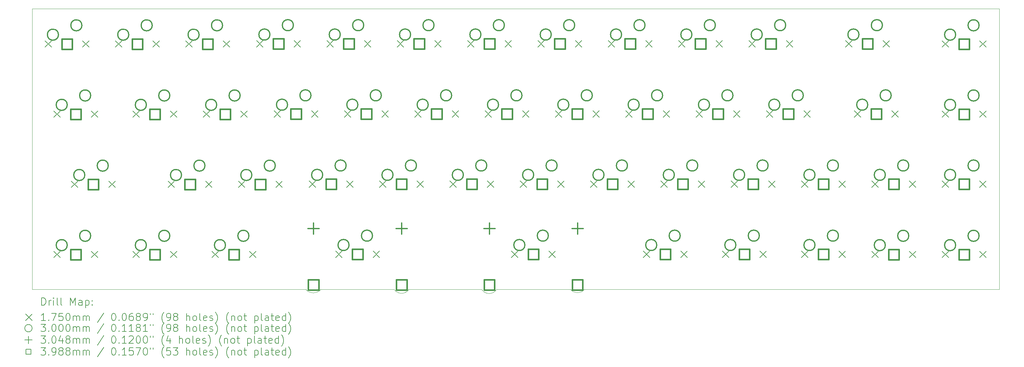
<source format=gbr>
%FSLAX45Y45*%
G04 Gerber Fmt 4.5, Leading zero omitted, Abs format (unit mm)*
G04 Created by KiCad (PCBNEW (6.0.1)) date 2022-02-08 20:20:17*
%MOMM*%
%LPD*%
G01*
G04 APERTURE LIST*
%TA.AperFunction,Profile*%
%ADD10C,0.100000*%
%TD*%
%ADD11C,0.200000*%
%ADD12C,0.175000*%
%ADD13C,0.300000*%
%ADD14C,0.304800*%
%ADD15C,0.398780*%
G04 APERTURE END LIST*
D10*
X16742625Y-9284375D02*
X14731625Y-9283375D01*
X16741993Y-9284861D02*
G75*
G03*
X17107625Y-9283375I182249J140205D01*
G01*
X9566625Y-9282375D02*
X2156875Y-9283375D01*
X11960625Y-9283375D02*
X9970625Y-9284209D01*
X14331625Y-9284375D02*
X12356625Y-9283375D01*
X2156875Y-1663375D02*
X28350625Y-1663375D01*
X2156875Y-9283375D02*
X2156875Y-1663375D01*
X28350625Y-9283375D02*
X17107625Y-9283375D01*
X28350625Y-1663375D02*
X28350625Y-9283375D01*
X14331264Y-9284601D02*
G75*
G03*
X14731625Y-9283375I199801J124736D01*
G01*
X9566625Y-9282375D02*
G75*
G03*
X9970625Y-9284209I202750J164352D01*
G01*
X11960625Y-9283375D02*
G75*
G03*
X12356625Y-9283375I198000J133086D01*
G01*
D11*
D12*
X2500125Y-2531875D02*
X2675125Y-2706875D01*
X2675125Y-2531875D02*
X2500125Y-2706875D01*
X2738250Y-4436875D02*
X2913250Y-4611875D01*
X2913250Y-4436875D02*
X2738250Y-4611875D01*
X2738250Y-8246875D02*
X2913250Y-8421875D01*
X2913250Y-8246875D02*
X2738250Y-8421875D01*
X3214500Y-6341875D02*
X3389500Y-6516875D01*
X3389500Y-6341875D02*
X3214500Y-6516875D01*
X3516125Y-2531875D02*
X3691125Y-2706875D01*
X3691125Y-2531875D02*
X3516125Y-2706875D01*
X3754250Y-4436875D02*
X3929250Y-4611875D01*
X3929250Y-4436875D02*
X3754250Y-4611875D01*
X3754250Y-8246875D02*
X3929250Y-8421875D01*
X3929250Y-8246875D02*
X3754250Y-8421875D01*
X4230500Y-6341875D02*
X4405500Y-6516875D01*
X4405500Y-6341875D02*
X4230500Y-6516875D01*
X4405125Y-2531875D02*
X4580125Y-2706875D01*
X4580125Y-2531875D02*
X4405125Y-2706875D01*
X4881375Y-4436875D02*
X5056375Y-4611875D01*
X5056375Y-4436875D02*
X4881375Y-4611875D01*
X4881375Y-8246875D02*
X5056375Y-8421875D01*
X5056375Y-8246875D02*
X4881375Y-8421875D01*
X5421125Y-2531875D02*
X5596125Y-2706875D01*
X5596125Y-2531875D02*
X5421125Y-2706875D01*
X5833875Y-6341875D02*
X6008875Y-6516875D01*
X6008875Y-6341875D02*
X5833875Y-6516875D01*
X5897375Y-4436875D02*
X6072375Y-4611875D01*
X6072375Y-4436875D02*
X5897375Y-4611875D01*
X5897375Y-8246875D02*
X6072375Y-8421875D01*
X6072375Y-8246875D02*
X5897375Y-8421875D01*
X6310125Y-2531875D02*
X6485125Y-2706875D01*
X6485125Y-2531875D02*
X6310125Y-2706875D01*
X6786375Y-4436875D02*
X6961375Y-4611875D01*
X6961375Y-4436875D02*
X6786375Y-4611875D01*
X6849875Y-6341875D02*
X7024875Y-6516875D01*
X7024875Y-6341875D02*
X6849875Y-6516875D01*
X7024500Y-8246875D02*
X7199500Y-8421875D01*
X7199500Y-8246875D02*
X7024500Y-8421875D01*
X7326125Y-2531875D02*
X7501125Y-2706875D01*
X7501125Y-2531875D02*
X7326125Y-2706875D01*
X7738875Y-6341875D02*
X7913875Y-6516875D01*
X7913875Y-6341875D02*
X7738875Y-6516875D01*
X7802375Y-4436875D02*
X7977375Y-4611875D01*
X7977375Y-4436875D02*
X7802375Y-4611875D01*
X8040500Y-8246875D02*
X8215500Y-8421875D01*
X8215500Y-8246875D02*
X8040500Y-8421875D01*
X8228875Y-2528375D02*
X8403875Y-2703375D01*
X8403875Y-2528375D02*
X8228875Y-2703375D01*
X8705125Y-4433375D02*
X8880125Y-4608375D01*
X8880125Y-4433375D02*
X8705125Y-4608375D01*
X8754875Y-6341875D02*
X8929875Y-6516875D01*
X8929875Y-6341875D02*
X8754875Y-6516875D01*
X9244875Y-2528375D02*
X9419875Y-2703375D01*
X9419875Y-2528375D02*
X9244875Y-2703375D01*
X9657625Y-6338375D02*
X9832625Y-6513375D01*
X9832625Y-6338375D02*
X9657625Y-6513375D01*
X9721125Y-4433375D02*
X9896125Y-4608375D01*
X9896125Y-4433375D02*
X9721125Y-4608375D01*
X10133875Y-2528375D02*
X10308875Y-2703375D01*
X10308875Y-2528375D02*
X10133875Y-2703375D01*
X10372000Y-8243375D02*
X10547000Y-8418375D01*
X10547000Y-8243375D02*
X10372000Y-8418375D01*
X10610125Y-4433375D02*
X10785125Y-4608375D01*
X10785125Y-4433375D02*
X10610125Y-4608375D01*
X10673625Y-6338375D02*
X10848625Y-6513375D01*
X10848625Y-6338375D02*
X10673625Y-6513375D01*
X11149875Y-2528375D02*
X11324875Y-2703375D01*
X11324875Y-2528375D02*
X11149875Y-2703375D01*
X11388000Y-8243375D02*
X11563000Y-8418375D01*
X11563000Y-8243375D02*
X11388000Y-8418375D01*
X11562625Y-6338375D02*
X11737625Y-6513375D01*
X11737625Y-6338375D02*
X11562625Y-6513375D01*
X11626125Y-4433375D02*
X11801125Y-4608375D01*
X11801125Y-4433375D02*
X11626125Y-4608375D01*
X12038875Y-2528375D02*
X12213875Y-2703375D01*
X12213875Y-2528375D02*
X12038875Y-2703375D01*
X12515125Y-4433375D02*
X12690125Y-4608375D01*
X12690125Y-4433375D02*
X12515125Y-4608375D01*
X12578625Y-6338375D02*
X12753625Y-6513375D01*
X12753625Y-6338375D02*
X12578625Y-6513375D01*
X13054875Y-2528375D02*
X13229875Y-2703375D01*
X13229875Y-2528375D02*
X13054875Y-2703375D01*
X13467625Y-6338375D02*
X13642625Y-6513375D01*
X13642625Y-6338375D02*
X13467625Y-6513375D01*
X13531125Y-4433375D02*
X13706125Y-4608375D01*
X13706125Y-4433375D02*
X13531125Y-4608375D01*
X13943875Y-2528375D02*
X14118875Y-2703375D01*
X14118875Y-2528375D02*
X13943875Y-2703375D01*
X14420125Y-4433375D02*
X14595125Y-4608375D01*
X14595125Y-4433375D02*
X14420125Y-4608375D01*
X14483625Y-6338375D02*
X14658625Y-6513375D01*
X14658625Y-6338375D02*
X14483625Y-6513375D01*
X14959875Y-2528375D02*
X15134875Y-2703375D01*
X15134875Y-2528375D02*
X14959875Y-2703375D01*
X15134500Y-8243375D02*
X15309500Y-8418375D01*
X15309500Y-8243375D02*
X15134500Y-8418375D01*
X15372625Y-6338375D02*
X15547625Y-6513375D01*
X15547625Y-6338375D02*
X15372625Y-6513375D01*
X15436125Y-4433375D02*
X15611125Y-4608375D01*
X15611125Y-4433375D02*
X15436125Y-4608375D01*
X15848875Y-2528375D02*
X16023875Y-2703375D01*
X16023875Y-2528375D02*
X15848875Y-2703375D01*
X16150500Y-8243375D02*
X16325500Y-8418375D01*
X16325500Y-8243375D02*
X16150500Y-8418375D01*
X16325125Y-4433375D02*
X16500125Y-4608375D01*
X16500125Y-4433375D02*
X16325125Y-4608375D01*
X16388625Y-6338375D02*
X16563625Y-6513375D01*
X16563625Y-6338375D02*
X16388625Y-6513375D01*
X16864875Y-2528375D02*
X17039875Y-2703375D01*
X17039875Y-2528375D02*
X16864875Y-2703375D01*
X17277625Y-6338375D02*
X17452625Y-6513375D01*
X17452625Y-6338375D02*
X17277625Y-6513375D01*
X17341125Y-4433375D02*
X17516125Y-4608375D01*
X17516125Y-4433375D02*
X17341125Y-4608375D01*
X17753875Y-2528375D02*
X17928875Y-2703375D01*
X17928875Y-2528375D02*
X17753875Y-2703375D01*
X18230125Y-4433375D02*
X18405125Y-4608375D01*
X18405125Y-4433375D02*
X18230125Y-4608375D01*
X18293625Y-6338375D02*
X18468625Y-6513375D01*
X18468625Y-6338375D02*
X18293625Y-6513375D01*
X18706375Y-8243375D02*
X18881375Y-8418375D01*
X18881375Y-8243375D02*
X18706375Y-8418375D01*
X18769875Y-2528375D02*
X18944875Y-2703375D01*
X18944875Y-2528375D02*
X18769875Y-2703375D01*
X19182625Y-6338375D02*
X19357625Y-6513375D01*
X19357625Y-6338375D02*
X19182625Y-6513375D01*
X19246125Y-4433375D02*
X19421125Y-4608375D01*
X19421125Y-4433375D02*
X19246125Y-4608375D01*
X19658875Y-2528375D02*
X19833875Y-2703375D01*
X19833875Y-2528375D02*
X19658875Y-2703375D01*
X19722375Y-8243375D02*
X19897375Y-8418375D01*
X19897375Y-8243375D02*
X19722375Y-8418375D01*
X20135125Y-4433375D02*
X20310125Y-4608375D01*
X20310125Y-4433375D02*
X20135125Y-4608375D01*
X20198625Y-6338375D02*
X20373625Y-6513375D01*
X20373625Y-6338375D02*
X20198625Y-6513375D01*
X20674875Y-2528375D02*
X20849875Y-2703375D01*
X20849875Y-2528375D02*
X20674875Y-2703375D01*
X20849500Y-8243375D02*
X21024500Y-8418375D01*
X21024500Y-8243375D02*
X20849500Y-8418375D01*
X21087625Y-6338375D02*
X21262625Y-6513375D01*
X21262625Y-6338375D02*
X21087625Y-6513375D01*
X21151125Y-4433375D02*
X21326125Y-4608375D01*
X21326125Y-4433375D02*
X21151125Y-4608375D01*
X21563875Y-2528375D02*
X21738875Y-2703375D01*
X21738875Y-2528375D02*
X21563875Y-2703375D01*
X21865500Y-8243375D02*
X22040500Y-8418375D01*
X22040500Y-8243375D02*
X21865500Y-8418375D01*
X22040125Y-4433375D02*
X22215125Y-4608375D01*
X22215125Y-4433375D02*
X22040125Y-4608375D01*
X22103625Y-6338375D02*
X22278625Y-6513375D01*
X22278625Y-6338375D02*
X22103625Y-6513375D01*
X22579875Y-2528375D02*
X22754875Y-2703375D01*
X22754875Y-2528375D02*
X22579875Y-2703375D01*
X22992625Y-6338375D02*
X23167625Y-6513375D01*
X23167625Y-6338375D02*
X22992625Y-6513375D01*
X22992625Y-8243375D02*
X23167625Y-8418375D01*
X23167625Y-8243375D02*
X22992625Y-8418375D01*
X23056125Y-4433375D02*
X23231125Y-4608375D01*
X23231125Y-4433375D02*
X23056125Y-4608375D01*
X24008625Y-6338375D02*
X24183625Y-6513375D01*
X24183625Y-6338375D02*
X24008625Y-6513375D01*
X24008625Y-8243375D02*
X24183625Y-8418375D01*
X24183625Y-8243375D02*
X24008625Y-8418375D01*
X24183250Y-2528375D02*
X24358250Y-2703375D01*
X24358250Y-2528375D02*
X24183250Y-2703375D01*
X24421375Y-4433375D02*
X24596375Y-4608375D01*
X24596375Y-4433375D02*
X24421375Y-4608375D01*
X24897625Y-6338375D02*
X25072625Y-6513375D01*
X25072625Y-6338375D02*
X24897625Y-6513375D01*
X24897625Y-8246875D02*
X25072625Y-8421875D01*
X25072625Y-8246875D02*
X24897625Y-8421875D01*
X25199250Y-2528375D02*
X25374250Y-2703375D01*
X25374250Y-2528375D02*
X25199250Y-2703375D01*
X25437375Y-4433375D02*
X25612375Y-4608375D01*
X25612375Y-4433375D02*
X25437375Y-4608375D01*
X25913625Y-6338375D02*
X26088625Y-6513375D01*
X26088625Y-6338375D02*
X25913625Y-6513375D01*
X25913625Y-8246875D02*
X26088625Y-8421875D01*
X26088625Y-8246875D02*
X25913625Y-8421875D01*
X26802625Y-2531875D02*
X26977625Y-2706875D01*
X26977625Y-2531875D02*
X26802625Y-2706875D01*
X26802625Y-4436875D02*
X26977625Y-4611875D01*
X26977625Y-4436875D02*
X26802625Y-4611875D01*
X26802625Y-6338375D02*
X26977625Y-6513375D01*
X26977625Y-6338375D02*
X26802625Y-6513375D01*
X26802625Y-8246875D02*
X26977625Y-8421875D01*
X26977625Y-8246875D02*
X26802625Y-8421875D01*
X27818625Y-2531875D02*
X27993625Y-2706875D01*
X27993625Y-2531875D02*
X27818625Y-2706875D01*
X27818625Y-4436875D02*
X27993625Y-4611875D01*
X27993625Y-4436875D02*
X27818625Y-4611875D01*
X27818625Y-6338375D02*
X27993625Y-6513375D01*
X27993625Y-6338375D02*
X27818625Y-6513375D01*
X27818625Y-8246875D02*
X27993625Y-8421875D01*
X27993625Y-8246875D02*
X27818625Y-8421875D01*
D13*
X2864625Y-2365375D02*
G75*
G03*
X2864625Y-2365375I-150000J0D01*
G01*
X3102750Y-4270375D02*
G75*
G03*
X3102750Y-4270375I-150000J0D01*
G01*
X3102750Y-8080375D02*
G75*
G03*
X3102750Y-8080375I-150000J0D01*
G01*
X3499625Y-2111375D02*
G75*
G03*
X3499625Y-2111375I-150000J0D01*
G01*
X3579000Y-6175375D02*
G75*
G03*
X3579000Y-6175375I-150000J0D01*
G01*
X3737750Y-4016375D02*
G75*
G03*
X3737750Y-4016375I-150000J0D01*
G01*
X3737750Y-7826375D02*
G75*
G03*
X3737750Y-7826375I-150000J0D01*
G01*
X4214000Y-5921375D02*
G75*
G03*
X4214000Y-5921375I-150000J0D01*
G01*
X4769625Y-2365375D02*
G75*
G03*
X4769625Y-2365375I-150000J0D01*
G01*
X5245875Y-4270375D02*
G75*
G03*
X5245875Y-4270375I-150000J0D01*
G01*
X5245875Y-8080375D02*
G75*
G03*
X5245875Y-8080375I-150000J0D01*
G01*
X5404625Y-2111375D02*
G75*
G03*
X5404625Y-2111375I-150000J0D01*
G01*
X5880875Y-4016375D02*
G75*
G03*
X5880875Y-4016375I-150000J0D01*
G01*
X5880875Y-7826375D02*
G75*
G03*
X5880875Y-7826375I-150000J0D01*
G01*
X6198375Y-6175375D02*
G75*
G03*
X6198375Y-6175375I-150000J0D01*
G01*
X6674625Y-2365375D02*
G75*
G03*
X6674625Y-2365375I-150000J0D01*
G01*
X6833375Y-5921375D02*
G75*
G03*
X6833375Y-5921375I-150000J0D01*
G01*
X7150875Y-4270375D02*
G75*
G03*
X7150875Y-4270375I-150000J0D01*
G01*
X7309625Y-2111375D02*
G75*
G03*
X7309625Y-2111375I-150000J0D01*
G01*
X7389000Y-8080375D02*
G75*
G03*
X7389000Y-8080375I-150000J0D01*
G01*
X7785875Y-4016375D02*
G75*
G03*
X7785875Y-4016375I-150000J0D01*
G01*
X8024000Y-7826375D02*
G75*
G03*
X8024000Y-7826375I-150000J0D01*
G01*
X8103375Y-6175375D02*
G75*
G03*
X8103375Y-6175375I-150000J0D01*
G01*
X8593375Y-2361875D02*
G75*
G03*
X8593375Y-2361875I-150000J0D01*
G01*
X8738375Y-5921375D02*
G75*
G03*
X8738375Y-5921375I-150000J0D01*
G01*
X9069625Y-4266875D02*
G75*
G03*
X9069625Y-4266875I-150000J0D01*
G01*
X9228375Y-2107875D02*
G75*
G03*
X9228375Y-2107875I-150000J0D01*
G01*
X9704625Y-4012875D02*
G75*
G03*
X9704625Y-4012875I-150000J0D01*
G01*
X10022125Y-6171875D02*
G75*
G03*
X10022125Y-6171875I-150000J0D01*
G01*
X10498375Y-2361875D02*
G75*
G03*
X10498375Y-2361875I-150000J0D01*
G01*
X10657125Y-5917875D02*
G75*
G03*
X10657125Y-5917875I-150000J0D01*
G01*
X10736500Y-8076875D02*
G75*
G03*
X10736500Y-8076875I-150000J0D01*
G01*
X10974625Y-4266875D02*
G75*
G03*
X10974625Y-4266875I-150000J0D01*
G01*
X11133375Y-2107875D02*
G75*
G03*
X11133375Y-2107875I-150000J0D01*
G01*
X11371500Y-7822875D02*
G75*
G03*
X11371500Y-7822875I-150000J0D01*
G01*
X11609625Y-4012875D02*
G75*
G03*
X11609625Y-4012875I-150000J0D01*
G01*
X11927125Y-6171875D02*
G75*
G03*
X11927125Y-6171875I-150000J0D01*
G01*
X12403375Y-2361875D02*
G75*
G03*
X12403375Y-2361875I-150000J0D01*
G01*
X12562125Y-5917875D02*
G75*
G03*
X12562125Y-5917875I-150000J0D01*
G01*
X12879625Y-4266875D02*
G75*
G03*
X12879625Y-4266875I-150000J0D01*
G01*
X13038375Y-2107875D02*
G75*
G03*
X13038375Y-2107875I-150000J0D01*
G01*
X13514625Y-4012875D02*
G75*
G03*
X13514625Y-4012875I-150000J0D01*
G01*
X13832125Y-6171875D02*
G75*
G03*
X13832125Y-6171875I-150000J0D01*
G01*
X14308375Y-2361875D02*
G75*
G03*
X14308375Y-2361875I-150000J0D01*
G01*
X14467125Y-5917875D02*
G75*
G03*
X14467125Y-5917875I-150000J0D01*
G01*
X14784625Y-4266875D02*
G75*
G03*
X14784625Y-4266875I-150000J0D01*
G01*
X14943375Y-2107875D02*
G75*
G03*
X14943375Y-2107875I-150000J0D01*
G01*
X15419625Y-4012875D02*
G75*
G03*
X15419625Y-4012875I-150000J0D01*
G01*
X15499000Y-8076875D02*
G75*
G03*
X15499000Y-8076875I-150000J0D01*
G01*
X15737125Y-6171875D02*
G75*
G03*
X15737125Y-6171875I-150000J0D01*
G01*
X16134000Y-7822875D02*
G75*
G03*
X16134000Y-7822875I-150000J0D01*
G01*
X16213375Y-2361875D02*
G75*
G03*
X16213375Y-2361875I-150000J0D01*
G01*
X16372125Y-5917875D02*
G75*
G03*
X16372125Y-5917875I-150000J0D01*
G01*
X16689625Y-4266875D02*
G75*
G03*
X16689625Y-4266875I-150000J0D01*
G01*
X16848375Y-2107875D02*
G75*
G03*
X16848375Y-2107875I-150000J0D01*
G01*
X17324625Y-4012875D02*
G75*
G03*
X17324625Y-4012875I-150000J0D01*
G01*
X17642125Y-6171875D02*
G75*
G03*
X17642125Y-6171875I-150000J0D01*
G01*
X18118375Y-2361875D02*
G75*
G03*
X18118375Y-2361875I-150000J0D01*
G01*
X18277125Y-5917875D02*
G75*
G03*
X18277125Y-5917875I-150000J0D01*
G01*
X18594625Y-4266875D02*
G75*
G03*
X18594625Y-4266875I-150000J0D01*
G01*
X18753375Y-2107875D02*
G75*
G03*
X18753375Y-2107875I-150000J0D01*
G01*
X19070875Y-8076875D02*
G75*
G03*
X19070875Y-8076875I-150000J0D01*
G01*
X19229625Y-4012875D02*
G75*
G03*
X19229625Y-4012875I-150000J0D01*
G01*
X19547125Y-6171875D02*
G75*
G03*
X19547125Y-6171875I-150000J0D01*
G01*
X19705875Y-7822875D02*
G75*
G03*
X19705875Y-7822875I-150000J0D01*
G01*
X20023375Y-2361875D02*
G75*
G03*
X20023375Y-2361875I-150000J0D01*
G01*
X20182125Y-5917875D02*
G75*
G03*
X20182125Y-5917875I-150000J0D01*
G01*
X20499625Y-4266875D02*
G75*
G03*
X20499625Y-4266875I-150000J0D01*
G01*
X20658375Y-2107875D02*
G75*
G03*
X20658375Y-2107875I-150000J0D01*
G01*
X21134625Y-4012875D02*
G75*
G03*
X21134625Y-4012875I-150000J0D01*
G01*
X21214000Y-8076875D02*
G75*
G03*
X21214000Y-8076875I-150000J0D01*
G01*
X21452125Y-6171875D02*
G75*
G03*
X21452125Y-6171875I-150000J0D01*
G01*
X21849000Y-7822875D02*
G75*
G03*
X21849000Y-7822875I-150000J0D01*
G01*
X21928375Y-2361875D02*
G75*
G03*
X21928375Y-2361875I-150000J0D01*
G01*
X22087125Y-5917875D02*
G75*
G03*
X22087125Y-5917875I-150000J0D01*
G01*
X22404625Y-4266875D02*
G75*
G03*
X22404625Y-4266875I-150000J0D01*
G01*
X22563375Y-2107875D02*
G75*
G03*
X22563375Y-2107875I-150000J0D01*
G01*
X23039625Y-4012875D02*
G75*
G03*
X23039625Y-4012875I-150000J0D01*
G01*
X23357125Y-6171875D02*
G75*
G03*
X23357125Y-6171875I-150000J0D01*
G01*
X23357125Y-8076875D02*
G75*
G03*
X23357125Y-8076875I-150000J0D01*
G01*
X23992125Y-5917875D02*
G75*
G03*
X23992125Y-5917875I-150000J0D01*
G01*
X23992125Y-7822875D02*
G75*
G03*
X23992125Y-7822875I-150000J0D01*
G01*
X24547750Y-2361875D02*
G75*
G03*
X24547750Y-2361875I-150000J0D01*
G01*
X24785875Y-4266875D02*
G75*
G03*
X24785875Y-4266875I-150000J0D01*
G01*
X25182750Y-2107875D02*
G75*
G03*
X25182750Y-2107875I-150000J0D01*
G01*
X25262125Y-6171875D02*
G75*
G03*
X25262125Y-6171875I-150000J0D01*
G01*
X25262125Y-8080375D02*
G75*
G03*
X25262125Y-8080375I-150000J0D01*
G01*
X25420875Y-4012875D02*
G75*
G03*
X25420875Y-4012875I-150000J0D01*
G01*
X25897125Y-5917875D02*
G75*
G03*
X25897125Y-5917875I-150000J0D01*
G01*
X25897125Y-7826375D02*
G75*
G03*
X25897125Y-7826375I-150000J0D01*
G01*
X27167125Y-2365375D02*
G75*
G03*
X27167125Y-2365375I-150000J0D01*
G01*
X27167125Y-4270375D02*
G75*
G03*
X27167125Y-4270375I-150000J0D01*
G01*
X27167125Y-6171875D02*
G75*
G03*
X27167125Y-6171875I-150000J0D01*
G01*
X27167125Y-8080375D02*
G75*
G03*
X27167125Y-8080375I-150000J0D01*
G01*
X27802125Y-2111375D02*
G75*
G03*
X27802125Y-2111375I-150000J0D01*
G01*
X27802125Y-4016375D02*
G75*
G03*
X27802125Y-4016375I-150000J0D01*
G01*
X27802125Y-5917875D02*
G75*
G03*
X27802125Y-5917875I-150000J0D01*
G01*
X27802125Y-7826375D02*
G75*
G03*
X27802125Y-7826375I-150000J0D01*
G01*
D14*
X9773700Y-7479975D02*
X9773700Y-7784775D01*
X9621300Y-7632375D02*
X9926100Y-7632375D01*
X12161300Y-7479975D02*
X12161300Y-7784775D01*
X12008900Y-7632375D02*
X12313700Y-7632375D01*
X14536200Y-7479975D02*
X14536200Y-7784775D01*
X14383800Y-7632375D02*
X14688600Y-7632375D01*
X16923800Y-7479975D02*
X16923800Y-7784775D01*
X16771400Y-7632375D02*
X17076200Y-7632375D01*
D15*
X3236616Y-2760366D02*
X3236616Y-2478384D01*
X2954634Y-2478384D01*
X2954634Y-2760366D01*
X3236616Y-2760366D01*
X3474741Y-4665366D02*
X3474741Y-4383384D01*
X3192759Y-4383384D01*
X3192759Y-4665366D01*
X3474741Y-4665366D01*
X3474741Y-8475366D02*
X3474741Y-8193384D01*
X3192759Y-8193384D01*
X3192759Y-8475366D01*
X3474741Y-8475366D01*
X3950991Y-6570366D02*
X3950991Y-6288384D01*
X3669009Y-6288384D01*
X3669009Y-6570366D01*
X3950991Y-6570366D01*
X5141616Y-2760366D02*
X5141616Y-2478384D01*
X4859634Y-2478384D01*
X4859634Y-2760366D01*
X5141616Y-2760366D01*
X5617866Y-4665366D02*
X5617866Y-4383384D01*
X5335884Y-4383384D01*
X5335884Y-4665366D01*
X5617866Y-4665366D01*
X5617866Y-8475366D02*
X5617866Y-8193384D01*
X5335884Y-8193384D01*
X5335884Y-8475366D01*
X5617866Y-8475366D01*
X6570366Y-6570366D02*
X6570366Y-6288384D01*
X6288384Y-6288384D01*
X6288384Y-6570366D01*
X6570366Y-6570366D01*
X7046616Y-2760366D02*
X7046616Y-2478384D01*
X6764634Y-2478384D01*
X6764634Y-2760366D01*
X7046616Y-2760366D01*
X7522866Y-4665366D02*
X7522866Y-4383384D01*
X7240884Y-4383384D01*
X7240884Y-4665366D01*
X7522866Y-4665366D01*
X7760991Y-8475366D02*
X7760991Y-8193384D01*
X7479009Y-8193384D01*
X7479009Y-8475366D01*
X7760991Y-8475366D01*
X8475366Y-6570366D02*
X8475366Y-6288384D01*
X8193384Y-6288384D01*
X8193384Y-6570366D01*
X8475366Y-6570366D01*
X8965366Y-2756866D02*
X8965366Y-2474884D01*
X8683384Y-2474884D01*
X8683384Y-2756866D01*
X8965366Y-2756866D01*
X9441616Y-4661866D02*
X9441616Y-4379884D01*
X9159634Y-4379884D01*
X9159634Y-4661866D01*
X9441616Y-4661866D01*
X9914691Y-9297366D02*
X9914691Y-9015384D01*
X9632709Y-9015384D01*
X9632709Y-9297366D01*
X9914691Y-9297366D01*
X10394116Y-6566866D02*
X10394116Y-6284884D01*
X10112134Y-6284884D01*
X10112134Y-6566866D01*
X10394116Y-6566866D01*
X10870366Y-2756866D02*
X10870366Y-2474884D01*
X10588384Y-2474884D01*
X10588384Y-2756866D01*
X10870366Y-2756866D01*
X11108491Y-8471866D02*
X11108491Y-8189884D01*
X10826509Y-8189884D01*
X10826509Y-8471866D01*
X11108491Y-8471866D01*
X11346616Y-4661866D02*
X11346616Y-4379884D01*
X11064634Y-4379884D01*
X11064634Y-4661866D01*
X11346616Y-4661866D01*
X12299116Y-6566866D02*
X12299116Y-6284884D01*
X12017134Y-6284884D01*
X12017134Y-6566866D01*
X12299116Y-6566866D01*
X12302291Y-9297366D02*
X12302291Y-9015384D01*
X12020309Y-9015384D01*
X12020309Y-9297366D01*
X12302291Y-9297366D01*
X12775366Y-2756866D02*
X12775366Y-2474884D01*
X12493384Y-2474884D01*
X12493384Y-2756866D01*
X12775366Y-2756866D01*
X13251616Y-4661866D02*
X13251616Y-4379884D01*
X12969634Y-4379884D01*
X12969634Y-4661866D01*
X13251616Y-4661866D01*
X14204116Y-6566866D02*
X14204116Y-6284884D01*
X13922134Y-6284884D01*
X13922134Y-6566866D01*
X14204116Y-6566866D01*
X14677191Y-9297366D02*
X14677191Y-9015384D01*
X14395209Y-9015384D01*
X14395209Y-9297366D01*
X14677191Y-9297366D01*
X14680366Y-2756866D02*
X14680366Y-2474884D01*
X14398384Y-2474884D01*
X14398384Y-2756866D01*
X14680366Y-2756866D01*
X15156616Y-4661866D02*
X15156616Y-4379884D01*
X14874634Y-4379884D01*
X14874634Y-4661866D01*
X15156616Y-4661866D01*
X15870991Y-8471866D02*
X15870991Y-8189884D01*
X15589009Y-8189884D01*
X15589009Y-8471866D01*
X15870991Y-8471866D01*
X16109116Y-6566866D02*
X16109116Y-6284884D01*
X15827134Y-6284884D01*
X15827134Y-6566866D01*
X16109116Y-6566866D01*
X16585366Y-2756866D02*
X16585366Y-2474884D01*
X16303384Y-2474884D01*
X16303384Y-2756866D01*
X16585366Y-2756866D01*
X17061616Y-4661866D02*
X17061616Y-4379884D01*
X16779634Y-4379884D01*
X16779634Y-4661866D01*
X17061616Y-4661866D01*
X17064791Y-9297366D02*
X17064791Y-9015384D01*
X16782809Y-9015384D01*
X16782809Y-9297366D01*
X17064791Y-9297366D01*
X18014116Y-6566866D02*
X18014116Y-6284884D01*
X17732134Y-6284884D01*
X17732134Y-6566866D01*
X18014116Y-6566866D01*
X18490366Y-2756866D02*
X18490366Y-2474884D01*
X18208384Y-2474884D01*
X18208384Y-2756866D01*
X18490366Y-2756866D01*
X18966616Y-4661866D02*
X18966616Y-4379884D01*
X18684634Y-4379884D01*
X18684634Y-4661866D01*
X18966616Y-4661866D01*
X19442866Y-8471866D02*
X19442866Y-8189884D01*
X19160884Y-8189884D01*
X19160884Y-8471866D01*
X19442866Y-8471866D01*
X19919116Y-6566866D02*
X19919116Y-6284884D01*
X19637134Y-6284884D01*
X19637134Y-6566866D01*
X19919116Y-6566866D01*
X20395366Y-2756866D02*
X20395366Y-2474884D01*
X20113384Y-2474884D01*
X20113384Y-2756866D01*
X20395366Y-2756866D01*
X20871616Y-4661866D02*
X20871616Y-4379884D01*
X20589634Y-4379884D01*
X20589634Y-4661866D01*
X20871616Y-4661866D01*
X21585991Y-8471866D02*
X21585991Y-8189884D01*
X21304009Y-8189884D01*
X21304009Y-8471866D01*
X21585991Y-8471866D01*
X21824116Y-6566866D02*
X21824116Y-6284884D01*
X21542134Y-6284884D01*
X21542134Y-6566866D01*
X21824116Y-6566866D01*
X22300366Y-2756866D02*
X22300366Y-2474884D01*
X22018384Y-2474884D01*
X22018384Y-2756866D01*
X22300366Y-2756866D01*
X22776616Y-4661866D02*
X22776616Y-4379884D01*
X22494634Y-4379884D01*
X22494634Y-4661866D01*
X22776616Y-4661866D01*
X23729116Y-6566866D02*
X23729116Y-6284884D01*
X23447134Y-6284884D01*
X23447134Y-6566866D01*
X23729116Y-6566866D01*
X23729116Y-8471866D02*
X23729116Y-8189884D01*
X23447134Y-8189884D01*
X23447134Y-8471866D01*
X23729116Y-8471866D01*
X24919741Y-2756866D02*
X24919741Y-2474884D01*
X24637759Y-2474884D01*
X24637759Y-2756866D01*
X24919741Y-2756866D01*
X25157866Y-4661866D02*
X25157866Y-4379884D01*
X24875884Y-4379884D01*
X24875884Y-4661866D01*
X25157866Y-4661866D01*
X25634116Y-6566866D02*
X25634116Y-6284884D01*
X25352134Y-6284884D01*
X25352134Y-6566866D01*
X25634116Y-6566866D01*
X25634116Y-8475366D02*
X25634116Y-8193384D01*
X25352134Y-8193384D01*
X25352134Y-8475366D01*
X25634116Y-8475366D01*
X27539116Y-2760366D02*
X27539116Y-2478384D01*
X27257134Y-2478384D01*
X27257134Y-2760366D01*
X27539116Y-2760366D01*
X27539116Y-4665366D02*
X27539116Y-4383384D01*
X27257134Y-4383384D01*
X27257134Y-4665366D01*
X27539116Y-4665366D01*
X27539116Y-6566866D02*
X27539116Y-6284884D01*
X27257134Y-6284884D01*
X27257134Y-6566866D01*
X27539116Y-6566866D01*
X27539116Y-8475366D02*
X27539116Y-8193384D01*
X27257134Y-8193384D01*
X27257134Y-8475366D01*
X27539116Y-8475366D01*
D11*
X2409494Y-9710881D02*
X2409494Y-9510881D01*
X2457113Y-9510881D01*
X2485685Y-9520405D01*
X2504732Y-9539453D01*
X2514256Y-9558500D01*
X2523780Y-9596596D01*
X2523780Y-9625167D01*
X2514256Y-9663262D01*
X2504732Y-9682310D01*
X2485685Y-9701357D01*
X2457113Y-9710881D01*
X2409494Y-9710881D01*
X2609494Y-9710881D02*
X2609494Y-9577548D01*
X2609494Y-9615643D02*
X2619018Y-9596596D01*
X2628542Y-9587072D01*
X2647589Y-9577548D01*
X2666637Y-9577548D01*
X2733304Y-9710881D02*
X2733304Y-9577548D01*
X2733304Y-9510881D02*
X2723780Y-9520405D01*
X2733304Y-9529929D01*
X2742827Y-9520405D01*
X2733304Y-9510881D01*
X2733304Y-9529929D01*
X2857113Y-9710881D02*
X2838065Y-9701357D01*
X2828542Y-9682310D01*
X2828542Y-9510881D01*
X2961875Y-9710881D02*
X2942827Y-9701357D01*
X2933303Y-9682310D01*
X2933303Y-9510881D01*
X3190446Y-9710881D02*
X3190446Y-9510881D01*
X3257113Y-9653738D01*
X3323780Y-9510881D01*
X3323780Y-9710881D01*
X3504732Y-9710881D02*
X3504732Y-9606119D01*
X3495208Y-9587072D01*
X3476161Y-9577548D01*
X3438065Y-9577548D01*
X3419018Y-9587072D01*
X3504732Y-9701357D02*
X3485684Y-9710881D01*
X3438065Y-9710881D01*
X3419018Y-9701357D01*
X3409494Y-9682310D01*
X3409494Y-9663262D01*
X3419018Y-9644215D01*
X3438065Y-9634691D01*
X3485684Y-9634691D01*
X3504732Y-9625167D01*
X3599970Y-9577548D02*
X3599970Y-9777548D01*
X3599970Y-9587072D02*
X3619018Y-9577548D01*
X3657113Y-9577548D01*
X3676161Y-9587072D01*
X3685684Y-9596596D01*
X3695208Y-9615643D01*
X3695208Y-9672786D01*
X3685684Y-9691834D01*
X3676161Y-9701357D01*
X3657113Y-9710881D01*
X3619018Y-9710881D01*
X3599970Y-9701357D01*
X3780923Y-9691834D02*
X3790446Y-9701357D01*
X3780923Y-9710881D01*
X3771399Y-9701357D01*
X3780923Y-9691834D01*
X3780923Y-9710881D01*
X3780923Y-9587072D02*
X3790446Y-9596596D01*
X3780923Y-9606119D01*
X3771399Y-9596596D01*
X3780923Y-9587072D01*
X3780923Y-9606119D01*
D12*
X1976875Y-9952905D02*
X2151875Y-10127905D01*
X2151875Y-9952905D02*
X1976875Y-10127905D01*
D11*
X2514256Y-10130881D02*
X2399970Y-10130881D01*
X2457113Y-10130881D02*
X2457113Y-9930881D01*
X2438065Y-9959453D01*
X2419018Y-9978500D01*
X2399970Y-9988024D01*
X2599970Y-10111834D02*
X2609494Y-10121357D01*
X2599970Y-10130881D01*
X2590446Y-10121357D01*
X2599970Y-10111834D01*
X2599970Y-10130881D01*
X2676161Y-9930881D02*
X2809494Y-9930881D01*
X2723780Y-10130881D01*
X2980923Y-9930881D02*
X2885684Y-9930881D01*
X2876161Y-10026119D01*
X2885684Y-10016596D01*
X2904732Y-10007072D01*
X2952351Y-10007072D01*
X2971399Y-10016596D01*
X2980923Y-10026119D01*
X2990446Y-10045167D01*
X2990446Y-10092786D01*
X2980923Y-10111834D01*
X2971399Y-10121357D01*
X2952351Y-10130881D01*
X2904732Y-10130881D01*
X2885684Y-10121357D01*
X2876161Y-10111834D01*
X3114256Y-9930881D02*
X3133303Y-9930881D01*
X3152351Y-9940405D01*
X3161875Y-9949929D01*
X3171399Y-9968977D01*
X3180923Y-10007072D01*
X3180923Y-10054691D01*
X3171399Y-10092786D01*
X3161875Y-10111834D01*
X3152351Y-10121357D01*
X3133303Y-10130881D01*
X3114256Y-10130881D01*
X3095208Y-10121357D01*
X3085684Y-10111834D01*
X3076161Y-10092786D01*
X3066637Y-10054691D01*
X3066637Y-10007072D01*
X3076161Y-9968977D01*
X3085684Y-9949929D01*
X3095208Y-9940405D01*
X3114256Y-9930881D01*
X3266637Y-10130881D02*
X3266637Y-9997548D01*
X3266637Y-10016596D02*
X3276161Y-10007072D01*
X3295208Y-9997548D01*
X3323780Y-9997548D01*
X3342827Y-10007072D01*
X3352351Y-10026119D01*
X3352351Y-10130881D01*
X3352351Y-10026119D02*
X3361875Y-10007072D01*
X3380923Y-9997548D01*
X3409494Y-9997548D01*
X3428542Y-10007072D01*
X3438065Y-10026119D01*
X3438065Y-10130881D01*
X3533303Y-10130881D02*
X3533303Y-9997548D01*
X3533303Y-10016596D02*
X3542827Y-10007072D01*
X3561875Y-9997548D01*
X3590446Y-9997548D01*
X3609494Y-10007072D01*
X3619018Y-10026119D01*
X3619018Y-10130881D01*
X3619018Y-10026119D02*
X3628542Y-10007072D01*
X3647589Y-9997548D01*
X3676161Y-9997548D01*
X3695208Y-10007072D01*
X3704732Y-10026119D01*
X3704732Y-10130881D01*
X4095208Y-9921357D02*
X3923780Y-10178500D01*
X4352351Y-9930881D02*
X4371399Y-9930881D01*
X4390446Y-9940405D01*
X4399970Y-9949929D01*
X4409494Y-9968977D01*
X4419018Y-10007072D01*
X4419018Y-10054691D01*
X4409494Y-10092786D01*
X4399970Y-10111834D01*
X4390446Y-10121357D01*
X4371399Y-10130881D01*
X4352351Y-10130881D01*
X4333304Y-10121357D01*
X4323780Y-10111834D01*
X4314256Y-10092786D01*
X4304732Y-10054691D01*
X4304732Y-10007072D01*
X4314256Y-9968977D01*
X4323780Y-9949929D01*
X4333304Y-9940405D01*
X4352351Y-9930881D01*
X4504732Y-10111834D02*
X4514256Y-10121357D01*
X4504732Y-10130881D01*
X4495208Y-10121357D01*
X4504732Y-10111834D01*
X4504732Y-10130881D01*
X4638065Y-9930881D02*
X4657113Y-9930881D01*
X4676161Y-9940405D01*
X4685685Y-9949929D01*
X4695208Y-9968977D01*
X4704732Y-10007072D01*
X4704732Y-10054691D01*
X4695208Y-10092786D01*
X4685685Y-10111834D01*
X4676161Y-10121357D01*
X4657113Y-10130881D01*
X4638065Y-10130881D01*
X4619018Y-10121357D01*
X4609494Y-10111834D01*
X4599970Y-10092786D01*
X4590446Y-10054691D01*
X4590446Y-10007072D01*
X4599970Y-9968977D01*
X4609494Y-9949929D01*
X4619018Y-9940405D01*
X4638065Y-9930881D01*
X4876161Y-9930881D02*
X4838065Y-9930881D01*
X4819018Y-9940405D01*
X4809494Y-9949929D01*
X4790446Y-9978500D01*
X4780923Y-10016596D01*
X4780923Y-10092786D01*
X4790446Y-10111834D01*
X4799970Y-10121357D01*
X4819018Y-10130881D01*
X4857113Y-10130881D01*
X4876161Y-10121357D01*
X4885685Y-10111834D01*
X4895208Y-10092786D01*
X4895208Y-10045167D01*
X4885685Y-10026119D01*
X4876161Y-10016596D01*
X4857113Y-10007072D01*
X4819018Y-10007072D01*
X4799970Y-10016596D01*
X4790446Y-10026119D01*
X4780923Y-10045167D01*
X5009494Y-10016596D02*
X4990446Y-10007072D01*
X4980923Y-9997548D01*
X4971399Y-9978500D01*
X4971399Y-9968977D01*
X4980923Y-9949929D01*
X4990446Y-9940405D01*
X5009494Y-9930881D01*
X5047589Y-9930881D01*
X5066637Y-9940405D01*
X5076161Y-9949929D01*
X5085685Y-9968977D01*
X5085685Y-9978500D01*
X5076161Y-9997548D01*
X5066637Y-10007072D01*
X5047589Y-10016596D01*
X5009494Y-10016596D01*
X4990446Y-10026119D01*
X4980923Y-10035643D01*
X4971399Y-10054691D01*
X4971399Y-10092786D01*
X4980923Y-10111834D01*
X4990446Y-10121357D01*
X5009494Y-10130881D01*
X5047589Y-10130881D01*
X5066637Y-10121357D01*
X5076161Y-10111834D01*
X5085685Y-10092786D01*
X5085685Y-10054691D01*
X5076161Y-10035643D01*
X5066637Y-10026119D01*
X5047589Y-10016596D01*
X5180923Y-10130881D02*
X5219018Y-10130881D01*
X5238065Y-10121357D01*
X5247589Y-10111834D01*
X5266637Y-10083262D01*
X5276161Y-10045167D01*
X5276161Y-9968977D01*
X5266637Y-9949929D01*
X5257113Y-9940405D01*
X5238065Y-9930881D01*
X5199970Y-9930881D01*
X5180923Y-9940405D01*
X5171399Y-9949929D01*
X5161875Y-9968977D01*
X5161875Y-10016596D01*
X5171399Y-10035643D01*
X5180923Y-10045167D01*
X5199970Y-10054691D01*
X5238065Y-10054691D01*
X5257113Y-10045167D01*
X5266637Y-10035643D01*
X5276161Y-10016596D01*
X5352351Y-9930881D02*
X5352351Y-9968977D01*
X5428542Y-9930881D02*
X5428542Y-9968977D01*
X5723780Y-10207072D02*
X5714256Y-10197548D01*
X5695208Y-10168977D01*
X5685684Y-10149929D01*
X5676161Y-10121357D01*
X5666637Y-10073738D01*
X5666637Y-10035643D01*
X5676161Y-9988024D01*
X5685684Y-9959453D01*
X5695208Y-9940405D01*
X5714256Y-9911834D01*
X5723780Y-9902310D01*
X5809494Y-10130881D02*
X5847589Y-10130881D01*
X5866637Y-10121357D01*
X5876161Y-10111834D01*
X5895208Y-10083262D01*
X5904732Y-10045167D01*
X5904732Y-9968977D01*
X5895208Y-9949929D01*
X5885684Y-9940405D01*
X5866637Y-9930881D01*
X5828542Y-9930881D01*
X5809494Y-9940405D01*
X5799970Y-9949929D01*
X5790446Y-9968977D01*
X5790446Y-10016596D01*
X5799970Y-10035643D01*
X5809494Y-10045167D01*
X5828542Y-10054691D01*
X5866637Y-10054691D01*
X5885684Y-10045167D01*
X5895208Y-10035643D01*
X5904732Y-10016596D01*
X6019018Y-10016596D02*
X5999970Y-10007072D01*
X5990446Y-9997548D01*
X5980923Y-9978500D01*
X5980923Y-9968977D01*
X5990446Y-9949929D01*
X5999970Y-9940405D01*
X6019018Y-9930881D01*
X6057113Y-9930881D01*
X6076161Y-9940405D01*
X6085684Y-9949929D01*
X6095208Y-9968977D01*
X6095208Y-9978500D01*
X6085684Y-9997548D01*
X6076161Y-10007072D01*
X6057113Y-10016596D01*
X6019018Y-10016596D01*
X5999970Y-10026119D01*
X5990446Y-10035643D01*
X5980923Y-10054691D01*
X5980923Y-10092786D01*
X5990446Y-10111834D01*
X5999970Y-10121357D01*
X6019018Y-10130881D01*
X6057113Y-10130881D01*
X6076161Y-10121357D01*
X6085684Y-10111834D01*
X6095208Y-10092786D01*
X6095208Y-10054691D01*
X6085684Y-10035643D01*
X6076161Y-10026119D01*
X6057113Y-10016596D01*
X6333303Y-10130881D02*
X6333303Y-9930881D01*
X6419018Y-10130881D02*
X6419018Y-10026119D01*
X6409494Y-10007072D01*
X6390446Y-9997548D01*
X6361875Y-9997548D01*
X6342827Y-10007072D01*
X6333303Y-10016596D01*
X6542827Y-10130881D02*
X6523780Y-10121357D01*
X6514256Y-10111834D01*
X6504732Y-10092786D01*
X6504732Y-10035643D01*
X6514256Y-10016596D01*
X6523780Y-10007072D01*
X6542827Y-9997548D01*
X6571399Y-9997548D01*
X6590446Y-10007072D01*
X6599970Y-10016596D01*
X6609494Y-10035643D01*
X6609494Y-10092786D01*
X6599970Y-10111834D01*
X6590446Y-10121357D01*
X6571399Y-10130881D01*
X6542827Y-10130881D01*
X6723780Y-10130881D02*
X6704732Y-10121357D01*
X6695208Y-10102310D01*
X6695208Y-9930881D01*
X6876161Y-10121357D02*
X6857113Y-10130881D01*
X6819018Y-10130881D01*
X6799970Y-10121357D01*
X6790446Y-10102310D01*
X6790446Y-10026119D01*
X6799970Y-10007072D01*
X6819018Y-9997548D01*
X6857113Y-9997548D01*
X6876161Y-10007072D01*
X6885684Y-10026119D01*
X6885684Y-10045167D01*
X6790446Y-10064215D01*
X6961875Y-10121357D02*
X6980923Y-10130881D01*
X7019018Y-10130881D01*
X7038065Y-10121357D01*
X7047589Y-10102310D01*
X7047589Y-10092786D01*
X7038065Y-10073738D01*
X7019018Y-10064215D01*
X6990446Y-10064215D01*
X6971399Y-10054691D01*
X6961875Y-10035643D01*
X6961875Y-10026119D01*
X6971399Y-10007072D01*
X6990446Y-9997548D01*
X7019018Y-9997548D01*
X7038065Y-10007072D01*
X7114256Y-10207072D02*
X7123780Y-10197548D01*
X7142827Y-10168977D01*
X7152351Y-10149929D01*
X7161875Y-10121357D01*
X7171399Y-10073738D01*
X7171399Y-10035643D01*
X7161875Y-9988024D01*
X7152351Y-9959453D01*
X7142827Y-9940405D01*
X7123780Y-9911834D01*
X7114256Y-9902310D01*
X7476161Y-10207072D02*
X7466637Y-10197548D01*
X7447589Y-10168977D01*
X7438065Y-10149929D01*
X7428542Y-10121357D01*
X7419018Y-10073738D01*
X7419018Y-10035643D01*
X7428542Y-9988024D01*
X7438065Y-9959453D01*
X7447589Y-9940405D01*
X7466637Y-9911834D01*
X7476161Y-9902310D01*
X7552351Y-9997548D02*
X7552351Y-10130881D01*
X7552351Y-10016596D02*
X7561875Y-10007072D01*
X7580923Y-9997548D01*
X7609494Y-9997548D01*
X7628542Y-10007072D01*
X7638065Y-10026119D01*
X7638065Y-10130881D01*
X7761875Y-10130881D02*
X7742827Y-10121357D01*
X7733303Y-10111834D01*
X7723780Y-10092786D01*
X7723780Y-10035643D01*
X7733303Y-10016596D01*
X7742827Y-10007072D01*
X7761875Y-9997548D01*
X7790446Y-9997548D01*
X7809494Y-10007072D01*
X7819018Y-10016596D01*
X7828542Y-10035643D01*
X7828542Y-10092786D01*
X7819018Y-10111834D01*
X7809494Y-10121357D01*
X7790446Y-10130881D01*
X7761875Y-10130881D01*
X7885684Y-9997548D02*
X7961875Y-9997548D01*
X7914256Y-9930881D02*
X7914256Y-10102310D01*
X7923780Y-10121357D01*
X7942827Y-10130881D01*
X7961875Y-10130881D01*
X8180923Y-9997548D02*
X8180923Y-10197548D01*
X8180923Y-10007072D02*
X8199970Y-9997548D01*
X8238065Y-9997548D01*
X8257113Y-10007072D01*
X8266637Y-10016596D01*
X8276161Y-10035643D01*
X8276161Y-10092786D01*
X8266637Y-10111834D01*
X8257113Y-10121357D01*
X8238065Y-10130881D01*
X8199970Y-10130881D01*
X8180923Y-10121357D01*
X8390446Y-10130881D02*
X8371399Y-10121357D01*
X8361875Y-10102310D01*
X8361875Y-9930881D01*
X8552351Y-10130881D02*
X8552351Y-10026119D01*
X8542827Y-10007072D01*
X8523780Y-9997548D01*
X8485685Y-9997548D01*
X8466637Y-10007072D01*
X8552351Y-10121357D02*
X8533304Y-10130881D01*
X8485685Y-10130881D01*
X8466637Y-10121357D01*
X8457113Y-10102310D01*
X8457113Y-10083262D01*
X8466637Y-10064215D01*
X8485685Y-10054691D01*
X8533304Y-10054691D01*
X8552351Y-10045167D01*
X8619018Y-9997548D02*
X8695208Y-9997548D01*
X8647589Y-9930881D02*
X8647589Y-10102310D01*
X8657113Y-10121357D01*
X8676161Y-10130881D01*
X8695208Y-10130881D01*
X8838065Y-10121357D02*
X8819018Y-10130881D01*
X8780923Y-10130881D01*
X8761875Y-10121357D01*
X8752351Y-10102310D01*
X8752351Y-10026119D01*
X8761875Y-10007072D01*
X8780923Y-9997548D01*
X8819018Y-9997548D01*
X8838065Y-10007072D01*
X8847589Y-10026119D01*
X8847589Y-10045167D01*
X8752351Y-10064215D01*
X9019018Y-10130881D02*
X9019018Y-9930881D01*
X9019018Y-10121357D02*
X8999970Y-10130881D01*
X8961875Y-10130881D01*
X8942827Y-10121357D01*
X8933304Y-10111834D01*
X8923780Y-10092786D01*
X8923780Y-10035643D01*
X8933304Y-10016596D01*
X8942827Y-10007072D01*
X8961875Y-9997548D01*
X8999970Y-9997548D01*
X9019018Y-10007072D01*
X9095208Y-10207072D02*
X9104732Y-10197548D01*
X9123780Y-10168977D01*
X9133304Y-10149929D01*
X9142827Y-10121357D01*
X9152351Y-10073738D01*
X9152351Y-10035643D01*
X9142827Y-9988024D01*
X9133304Y-9959453D01*
X9123780Y-9940405D01*
X9104732Y-9911834D01*
X9095208Y-9902310D01*
X2151875Y-10335405D02*
G75*
G03*
X2151875Y-10335405I-100000J0D01*
G01*
X2390446Y-10225881D02*
X2514256Y-10225881D01*
X2447589Y-10302072D01*
X2476161Y-10302072D01*
X2495208Y-10311596D01*
X2504732Y-10321119D01*
X2514256Y-10340167D01*
X2514256Y-10387786D01*
X2504732Y-10406834D01*
X2495208Y-10416357D01*
X2476161Y-10425881D01*
X2419018Y-10425881D01*
X2399970Y-10416357D01*
X2390446Y-10406834D01*
X2599970Y-10406834D02*
X2609494Y-10416357D01*
X2599970Y-10425881D01*
X2590446Y-10416357D01*
X2599970Y-10406834D01*
X2599970Y-10425881D01*
X2733304Y-10225881D02*
X2752351Y-10225881D01*
X2771399Y-10235405D01*
X2780923Y-10244929D01*
X2790446Y-10263977D01*
X2799970Y-10302072D01*
X2799970Y-10349691D01*
X2790446Y-10387786D01*
X2780923Y-10406834D01*
X2771399Y-10416357D01*
X2752351Y-10425881D01*
X2733304Y-10425881D01*
X2714256Y-10416357D01*
X2704732Y-10406834D01*
X2695208Y-10387786D01*
X2685685Y-10349691D01*
X2685685Y-10302072D01*
X2695208Y-10263977D01*
X2704732Y-10244929D01*
X2714256Y-10235405D01*
X2733304Y-10225881D01*
X2923780Y-10225881D02*
X2942827Y-10225881D01*
X2961875Y-10235405D01*
X2971399Y-10244929D01*
X2980923Y-10263977D01*
X2990446Y-10302072D01*
X2990446Y-10349691D01*
X2980923Y-10387786D01*
X2971399Y-10406834D01*
X2961875Y-10416357D01*
X2942827Y-10425881D01*
X2923780Y-10425881D01*
X2904732Y-10416357D01*
X2895208Y-10406834D01*
X2885684Y-10387786D01*
X2876161Y-10349691D01*
X2876161Y-10302072D01*
X2885684Y-10263977D01*
X2895208Y-10244929D01*
X2904732Y-10235405D01*
X2923780Y-10225881D01*
X3114256Y-10225881D02*
X3133303Y-10225881D01*
X3152351Y-10235405D01*
X3161875Y-10244929D01*
X3171399Y-10263977D01*
X3180923Y-10302072D01*
X3180923Y-10349691D01*
X3171399Y-10387786D01*
X3161875Y-10406834D01*
X3152351Y-10416357D01*
X3133303Y-10425881D01*
X3114256Y-10425881D01*
X3095208Y-10416357D01*
X3085684Y-10406834D01*
X3076161Y-10387786D01*
X3066637Y-10349691D01*
X3066637Y-10302072D01*
X3076161Y-10263977D01*
X3085684Y-10244929D01*
X3095208Y-10235405D01*
X3114256Y-10225881D01*
X3266637Y-10425881D02*
X3266637Y-10292548D01*
X3266637Y-10311596D02*
X3276161Y-10302072D01*
X3295208Y-10292548D01*
X3323780Y-10292548D01*
X3342827Y-10302072D01*
X3352351Y-10321119D01*
X3352351Y-10425881D01*
X3352351Y-10321119D02*
X3361875Y-10302072D01*
X3380923Y-10292548D01*
X3409494Y-10292548D01*
X3428542Y-10302072D01*
X3438065Y-10321119D01*
X3438065Y-10425881D01*
X3533303Y-10425881D02*
X3533303Y-10292548D01*
X3533303Y-10311596D02*
X3542827Y-10302072D01*
X3561875Y-10292548D01*
X3590446Y-10292548D01*
X3609494Y-10302072D01*
X3619018Y-10321119D01*
X3619018Y-10425881D01*
X3619018Y-10321119D02*
X3628542Y-10302072D01*
X3647589Y-10292548D01*
X3676161Y-10292548D01*
X3695208Y-10302072D01*
X3704732Y-10321119D01*
X3704732Y-10425881D01*
X4095208Y-10216357D02*
X3923780Y-10473500D01*
X4352351Y-10225881D02*
X4371399Y-10225881D01*
X4390446Y-10235405D01*
X4399970Y-10244929D01*
X4409494Y-10263977D01*
X4419018Y-10302072D01*
X4419018Y-10349691D01*
X4409494Y-10387786D01*
X4399970Y-10406834D01*
X4390446Y-10416357D01*
X4371399Y-10425881D01*
X4352351Y-10425881D01*
X4333304Y-10416357D01*
X4323780Y-10406834D01*
X4314256Y-10387786D01*
X4304732Y-10349691D01*
X4304732Y-10302072D01*
X4314256Y-10263977D01*
X4323780Y-10244929D01*
X4333304Y-10235405D01*
X4352351Y-10225881D01*
X4504732Y-10406834D02*
X4514256Y-10416357D01*
X4504732Y-10425881D01*
X4495208Y-10416357D01*
X4504732Y-10406834D01*
X4504732Y-10425881D01*
X4704732Y-10425881D02*
X4590446Y-10425881D01*
X4647589Y-10425881D02*
X4647589Y-10225881D01*
X4628542Y-10254453D01*
X4609494Y-10273500D01*
X4590446Y-10283024D01*
X4895208Y-10425881D02*
X4780923Y-10425881D01*
X4838065Y-10425881D02*
X4838065Y-10225881D01*
X4819018Y-10254453D01*
X4799970Y-10273500D01*
X4780923Y-10283024D01*
X5009494Y-10311596D02*
X4990446Y-10302072D01*
X4980923Y-10292548D01*
X4971399Y-10273500D01*
X4971399Y-10263977D01*
X4980923Y-10244929D01*
X4990446Y-10235405D01*
X5009494Y-10225881D01*
X5047589Y-10225881D01*
X5066637Y-10235405D01*
X5076161Y-10244929D01*
X5085685Y-10263977D01*
X5085685Y-10273500D01*
X5076161Y-10292548D01*
X5066637Y-10302072D01*
X5047589Y-10311596D01*
X5009494Y-10311596D01*
X4990446Y-10321119D01*
X4980923Y-10330643D01*
X4971399Y-10349691D01*
X4971399Y-10387786D01*
X4980923Y-10406834D01*
X4990446Y-10416357D01*
X5009494Y-10425881D01*
X5047589Y-10425881D01*
X5066637Y-10416357D01*
X5076161Y-10406834D01*
X5085685Y-10387786D01*
X5085685Y-10349691D01*
X5076161Y-10330643D01*
X5066637Y-10321119D01*
X5047589Y-10311596D01*
X5276161Y-10425881D02*
X5161875Y-10425881D01*
X5219018Y-10425881D02*
X5219018Y-10225881D01*
X5199970Y-10254453D01*
X5180923Y-10273500D01*
X5161875Y-10283024D01*
X5352351Y-10225881D02*
X5352351Y-10263977D01*
X5428542Y-10225881D02*
X5428542Y-10263977D01*
X5723780Y-10502072D02*
X5714256Y-10492548D01*
X5695208Y-10463977D01*
X5685684Y-10444929D01*
X5676161Y-10416357D01*
X5666637Y-10368738D01*
X5666637Y-10330643D01*
X5676161Y-10283024D01*
X5685684Y-10254453D01*
X5695208Y-10235405D01*
X5714256Y-10206834D01*
X5723780Y-10197310D01*
X5809494Y-10425881D02*
X5847589Y-10425881D01*
X5866637Y-10416357D01*
X5876161Y-10406834D01*
X5895208Y-10378262D01*
X5904732Y-10340167D01*
X5904732Y-10263977D01*
X5895208Y-10244929D01*
X5885684Y-10235405D01*
X5866637Y-10225881D01*
X5828542Y-10225881D01*
X5809494Y-10235405D01*
X5799970Y-10244929D01*
X5790446Y-10263977D01*
X5790446Y-10311596D01*
X5799970Y-10330643D01*
X5809494Y-10340167D01*
X5828542Y-10349691D01*
X5866637Y-10349691D01*
X5885684Y-10340167D01*
X5895208Y-10330643D01*
X5904732Y-10311596D01*
X6019018Y-10311596D02*
X5999970Y-10302072D01*
X5990446Y-10292548D01*
X5980923Y-10273500D01*
X5980923Y-10263977D01*
X5990446Y-10244929D01*
X5999970Y-10235405D01*
X6019018Y-10225881D01*
X6057113Y-10225881D01*
X6076161Y-10235405D01*
X6085684Y-10244929D01*
X6095208Y-10263977D01*
X6095208Y-10273500D01*
X6085684Y-10292548D01*
X6076161Y-10302072D01*
X6057113Y-10311596D01*
X6019018Y-10311596D01*
X5999970Y-10321119D01*
X5990446Y-10330643D01*
X5980923Y-10349691D01*
X5980923Y-10387786D01*
X5990446Y-10406834D01*
X5999970Y-10416357D01*
X6019018Y-10425881D01*
X6057113Y-10425881D01*
X6076161Y-10416357D01*
X6085684Y-10406834D01*
X6095208Y-10387786D01*
X6095208Y-10349691D01*
X6085684Y-10330643D01*
X6076161Y-10321119D01*
X6057113Y-10311596D01*
X6333303Y-10425881D02*
X6333303Y-10225881D01*
X6419018Y-10425881D02*
X6419018Y-10321119D01*
X6409494Y-10302072D01*
X6390446Y-10292548D01*
X6361875Y-10292548D01*
X6342827Y-10302072D01*
X6333303Y-10311596D01*
X6542827Y-10425881D02*
X6523780Y-10416357D01*
X6514256Y-10406834D01*
X6504732Y-10387786D01*
X6504732Y-10330643D01*
X6514256Y-10311596D01*
X6523780Y-10302072D01*
X6542827Y-10292548D01*
X6571399Y-10292548D01*
X6590446Y-10302072D01*
X6599970Y-10311596D01*
X6609494Y-10330643D01*
X6609494Y-10387786D01*
X6599970Y-10406834D01*
X6590446Y-10416357D01*
X6571399Y-10425881D01*
X6542827Y-10425881D01*
X6723780Y-10425881D02*
X6704732Y-10416357D01*
X6695208Y-10397310D01*
X6695208Y-10225881D01*
X6876161Y-10416357D02*
X6857113Y-10425881D01*
X6819018Y-10425881D01*
X6799970Y-10416357D01*
X6790446Y-10397310D01*
X6790446Y-10321119D01*
X6799970Y-10302072D01*
X6819018Y-10292548D01*
X6857113Y-10292548D01*
X6876161Y-10302072D01*
X6885684Y-10321119D01*
X6885684Y-10340167D01*
X6790446Y-10359215D01*
X6961875Y-10416357D02*
X6980923Y-10425881D01*
X7019018Y-10425881D01*
X7038065Y-10416357D01*
X7047589Y-10397310D01*
X7047589Y-10387786D01*
X7038065Y-10368738D01*
X7019018Y-10359215D01*
X6990446Y-10359215D01*
X6971399Y-10349691D01*
X6961875Y-10330643D01*
X6961875Y-10321119D01*
X6971399Y-10302072D01*
X6990446Y-10292548D01*
X7019018Y-10292548D01*
X7038065Y-10302072D01*
X7114256Y-10502072D02*
X7123780Y-10492548D01*
X7142827Y-10463977D01*
X7152351Y-10444929D01*
X7161875Y-10416357D01*
X7171399Y-10368738D01*
X7171399Y-10330643D01*
X7161875Y-10283024D01*
X7152351Y-10254453D01*
X7142827Y-10235405D01*
X7123780Y-10206834D01*
X7114256Y-10197310D01*
X7476161Y-10502072D02*
X7466637Y-10492548D01*
X7447589Y-10463977D01*
X7438065Y-10444929D01*
X7428542Y-10416357D01*
X7419018Y-10368738D01*
X7419018Y-10330643D01*
X7428542Y-10283024D01*
X7438065Y-10254453D01*
X7447589Y-10235405D01*
X7466637Y-10206834D01*
X7476161Y-10197310D01*
X7552351Y-10292548D02*
X7552351Y-10425881D01*
X7552351Y-10311596D02*
X7561875Y-10302072D01*
X7580923Y-10292548D01*
X7609494Y-10292548D01*
X7628542Y-10302072D01*
X7638065Y-10321119D01*
X7638065Y-10425881D01*
X7761875Y-10425881D02*
X7742827Y-10416357D01*
X7733303Y-10406834D01*
X7723780Y-10387786D01*
X7723780Y-10330643D01*
X7733303Y-10311596D01*
X7742827Y-10302072D01*
X7761875Y-10292548D01*
X7790446Y-10292548D01*
X7809494Y-10302072D01*
X7819018Y-10311596D01*
X7828542Y-10330643D01*
X7828542Y-10387786D01*
X7819018Y-10406834D01*
X7809494Y-10416357D01*
X7790446Y-10425881D01*
X7761875Y-10425881D01*
X7885684Y-10292548D02*
X7961875Y-10292548D01*
X7914256Y-10225881D02*
X7914256Y-10397310D01*
X7923780Y-10416357D01*
X7942827Y-10425881D01*
X7961875Y-10425881D01*
X8180923Y-10292548D02*
X8180923Y-10492548D01*
X8180923Y-10302072D02*
X8199970Y-10292548D01*
X8238065Y-10292548D01*
X8257113Y-10302072D01*
X8266637Y-10311596D01*
X8276161Y-10330643D01*
X8276161Y-10387786D01*
X8266637Y-10406834D01*
X8257113Y-10416357D01*
X8238065Y-10425881D01*
X8199970Y-10425881D01*
X8180923Y-10416357D01*
X8390446Y-10425881D02*
X8371399Y-10416357D01*
X8361875Y-10397310D01*
X8361875Y-10225881D01*
X8552351Y-10425881D02*
X8552351Y-10321119D01*
X8542827Y-10302072D01*
X8523780Y-10292548D01*
X8485685Y-10292548D01*
X8466637Y-10302072D01*
X8552351Y-10416357D02*
X8533304Y-10425881D01*
X8485685Y-10425881D01*
X8466637Y-10416357D01*
X8457113Y-10397310D01*
X8457113Y-10378262D01*
X8466637Y-10359215D01*
X8485685Y-10349691D01*
X8533304Y-10349691D01*
X8552351Y-10340167D01*
X8619018Y-10292548D02*
X8695208Y-10292548D01*
X8647589Y-10225881D02*
X8647589Y-10397310D01*
X8657113Y-10416357D01*
X8676161Y-10425881D01*
X8695208Y-10425881D01*
X8838065Y-10416357D02*
X8819018Y-10425881D01*
X8780923Y-10425881D01*
X8761875Y-10416357D01*
X8752351Y-10397310D01*
X8752351Y-10321119D01*
X8761875Y-10302072D01*
X8780923Y-10292548D01*
X8819018Y-10292548D01*
X8838065Y-10302072D01*
X8847589Y-10321119D01*
X8847589Y-10340167D01*
X8752351Y-10359215D01*
X9019018Y-10425881D02*
X9019018Y-10225881D01*
X9019018Y-10416357D02*
X8999970Y-10425881D01*
X8961875Y-10425881D01*
X8942827Y-10416357D01*
X8933304Y-10406834D01*
X8923780Y-10387786D01*
X8923780Y-10330643D01*
X8933304Y-10311596D01*
X8942827Y-10302072D01*
X8961875Y-10292548D01*
X8999970Y-10292548D01*
X9019018Y-10302072D01*
X9095208Y-10502072D02*
X9104732Y-10492548D01*
X9123780Y-10463977D01*
X9133304Y-10444929D01*
X9142827Y-10416357D01*
X9152351Y-10368738D01*
X9152351Y-10330643D01*
X9142827Y-10283024D01*
X9133304Y-10254453D01*
X9123780Y-10235405D01*
X9104732Y-10206834D01*
X9095208Y-10197310D01*
X2051875Y-10555405D02*
X2051875Y-10755405D01*
X1951875Y-10655405D02*
X2151875Y-10655405D01*
X2390446Y-10545881D02*
X2514256Y-10545881D01*
X2447589Y-10622072D01*
X2476161Y-10622072D01*
X2495208Y-10631596D01*
X2504732Y-10641119D01*
X2514256Y-10660167D01*
X2514256Y-10707786D01*
X2504732Y-10726834D01*
X2495208Y-10736357D01*
X2476161Y-10745881D01*
X2419018Y-10745881D01*
X2399970Y-10736357D01*
X2390446Y-10726834D01*
X2599970Y-10726834D02*
X2609494Y-10736357D01*
X2599970Y-10745881D01*
X2590446Y-10736357D01*
X2599970Y-10726834D01*
X2599970Y-10745881D01*
X2733304Y-10545881D02*
X2752351Y-10545881D01*
X2771399Y-10555405D01*
X2780923Y-10564929D01*
X2790446Y-10583977D01*
X2799970Y-10622072D01*
X2799970Y-10669691D01*
X2790446Y-10707786D01*
X2780923Y-10726834D01*
X2771399Y-10736357D01*
X2752351Y-10745881D01*
X2733304Y-10745881D01*
X2714256Y-10736357D01*
X2704732Y-10726834D01*
X2695208Y-10707786D01*
X2685685Y-10669691D01*
X2685685Y-10622072D01*
X2695208Y-10583977D01*
X2704732Y-10564929D01*
X2714256Y-10555405D01*
X2733304Y-10545881D01*
X2971399Y-10612548D02*
X2971399Y-10745881D01*
X2923780Y-10536357D02*
X2876161Y-10679215D01*
X2999970Y-10679215D01*
X3104732Y-10631596D02*
X3085684Y-10622072D01*
X3076161Y-10612548D01*
X3066637Y-10593500D01*
X3066637Y-10583977D01*
X3076161Y-10564929D01*
X3085684Y-10555405D01*
X3104732Y-10545881D01*
X3142827Y-10545881D01*
X3161875Y-10555405D01*
X3171399Y-10564929D01*
X3180923Y-10583977D01*
X3180923Y-10593500D01*
X3171399Y-10612548D01*
X3161875Y-10622072D01*
X3142827Y-10631596D01*
X3104732Y-10631596D01*
X3085684Y-10641119D01*
X3076161Y-10650643D01*
X3066637Y-10669691D01*
X3066637Y-10707786D01*
X3076161Y-10726834D01*
X3085684Y-10736357D01*
X3104732Y-10745881D01*
X3142827Y-10745881D01*
X3161875Y-10736357D01*
X3171399Y-10726834D01*
X3180923Y-10707786D01*
X3180923Y-10669691D01*
X3171399Y-10650643D01*
X3161875Y-10641119D01*
X3142827Y-10631596D01*
X3266637Y-10745881D02*
X3266637Y-10612548D01*
X3266637Y-10631596D02*
X3276161Y-10622072D01*
X3295208Y-10612548D01*
X3323780Y-10612548D01*
X3342827Y-10622072D01*
X3352351Y-10641119D01*
X3352351Y-10745881D01*
X3352351Y-10641119D02*
X3361875Y-10622072D01*
X3380923Y-10612548D01*
X3409494Y-10612548D01*
X3428542Y-10622072D01*
X3438065Y-10641119D01*
X3438065Y-10745881D01*
X3533303Y-10745881D02*
X3533303Y-10612548D01*
X3533303Y-10631596D02*
X3542827Y-10622072D01*
X3561875Y-10612548D01*
X3590446Y-10612548D01*
X3609494Y-10622072D01*
X3619018Y-10641119D01*
X3619018Y-10745881D01*
X3619018Y-10641119D02*
X3628542Y-10622072D01*
X3647589Y-10612548D01*
X3676161Y-10612548D01*
X3695208Y-10622072D01*
X3704732Y-10641119D01*
X3704732Y-10745881D01*
X4095208Y-10536357D02*
X3923780Y-10793500D01*
X4352351Y-10545881D02*
X4371399Y-10545881D01*
X4390446Y-10555405D01*
X4399970Y-10564929D01*
X4409494Y-10583977D01*
X4419018Y-10622072D01*
X4419018Y-10669691D01*
X4409494Y-10707786D01*
X4399970Y-10726834D01*
X4390446Y-10736357D01*
X4371399Y-10745881D01*
X4352351Y-10745881D01*
X4333304Y-10736357D01*
X4323780Y-10726834D01*
X4314256Y-10707786D01*
X4304732Y-10669691D01*
X4304732Y-10622072D01*
X4314256Y-10583977D01*
X4323780Y-10564929D01*
X4333304Y-10555405D01*
X4352351Y-10545881D01*
X4504732Y-10726834D02*
X4514256Y-10736357D01*
X4504732Y-10745881D01*
X4495208Y-10736357D01*
X4504732Y-10726834D01*
X4504732Y-10745881D01*
X4704732Y-10745881D02*
X4590446Y-10745881D01*
X4647589Y-10745881D02*
X4647589Y-10545881D01*
X4628542Y-10574453D01*
X4609494Y-10593500D01*
X4590446Y-10603024D01*
X4780923Y-10564929D02*
X4790446Y-10555405D01*
X4809494Y-10545881D01*
X4857113Y-10545881D01*
X4876161Y-10555405D01*
X4885685Y-10564929D01*
X4895208Y-10583977D01*
X4895208Y-10603024D01*
X4885685Y-10631596D01*
X4771399Y-10745881D01*
X4895208Y-10745881D01*
X5019018Y-10545881D02*
X5038065Y-10545881D01*
X5057113Y-10555405D01*
X5066637Y-10564929D01*
X5076161Y-10583977D01*
X5085685Y-10622072D01*
X5085685Y-10669691D01*
X5076161Y-10707786D01*
X5066637Y-10726834D01*
X5057113Y-10736357D01*
X5038065Y-10745881D01*
X5019018Y-10745881D01*
X4999970Y-10736357D01*
X4990446Y-10726834D01*
X4980923Y-10707786D01*
X4971399Y-10669691D01*
X4971399Y-10622072D01*
X4980923Y-10583977D01*
X4990446Y-10564929D01*
X4999970Y-10555405D01*
X5019018Y-10545881D01*
X5209494Y-10545881D02*
X5228542Y-10545881D01*
X5247589Y-10555405D01*
X5257113Y-10564929D01*
X5266637Y-10583977D01*
X5276161Y-10622072D01*
X5276161Y-10669691D01*
X5266637Y-10707786D01*
X5257113Y-10726834D01*
X5247589Y-10736357D01*
X5228542Y-10745881D01*
X5209494Y-10745881D01*
X5190446Y-10736357D01*
X5180923Y-10726834D01*
X5171399Y-10707786D01*
X5161875Y-10669691D01*
X5161875Y-10622072D01*
X5171399Y-10583977D01*
X5180923Y-10564929D01*
X5190446Y-10555405D01*
X5209494Y-10545881D01*
X5352351Y-10545881D02*
X5352351Y-10583977D01*
X5428542Y-10545881D02*
X5428542Y-10583977D01*
X5723780Y-10822072D02*
X5714256Y-10812548D01*
X5695208Y-10783977D01*
X5685684Y-10764929D01*
X5676161Y-10736357D01*
X5666637Y-10688738D01*
X5666637Y-10650643D01*
X5676161Y-10603024D01*
X5685684Y-10574453D01*
X5695208Y-10555405D01*
X5714256Y-10526834D01*
X5723780Y-10517310D01*
X5885684Y-10612548D02*
X5885684Y-10745881D01*
X5838065Y-10536357D02*
X5790446Y-10679215D01*
X5914256Y-10679215D01*
X6142827Y-10745881D02*
X6142827Y-10545881D01*
X6228542Y-10745881D02*
X6228542Y-10641119D01*
X6219018Y-10622072D01*
X6199970Y-10612548D01*
X6171399Y-10612548D01*
X6152351Y-10622072D01*
X6142827Y-10631596D01*
X6352351Y-10745881D02*
X6333303Y-10736357D01*
X6323780Y-10726834D01*
X6314256Y-10707786D01*
X6314256Y-10650643D01*
X6323780Y-10631596D01*
X6333303Y-10622072D01*
X6352351Y-10612548D01*
X6380923Y-10612548D01*
X6399970Y-10622072D01*
X6409494Y-10631596D01*
X6419018Y-10650643D01*
X6419018Y-10707786D01*
X6409494Y-10726834D01*
X6399970Y-10736357D01*
X6380923Y-10745881D01*
X6352351Y-10745881D01*
X6533303Y-10745881D02*
X6514256Y-10736357D01*
X6504732Y-10717310D01*
X6504732Y-10545881D01*
X6685684Y-10736357D02*
X6666637Y-10745881D01*
X6628542Y-10745881D01*
X6609494Y-10736357D01*
X6599970Y-10717310D01*
X6599970Y-10641119D01*
X6609494Y-10622072D01*
X6628542Y-10612548D01*
X6666637Y-10612548D01*
X6685684Y-10622072D01*
X6695208Y-10641119D01*
X6695208Y-10660167D01*
X6599970Y-10679215D01*
X6771399Y-10736357D02*
X6790446Y-10745881D01*
X6828542Y-10745881D01*
X6847589Y-10736357D01*
X6857113Y-10717310D01*
X6857113Y-10707786D01*
X6847589Y-10688738D01*
X6828542Y-10679215D01*
X6799970Y-10679215D01*
X6780923Y-10669691D01*
X6771399Y-10650643D01*
X6771399Y-10641119D01*
X6780923Y-10622072D01*
X6799970Y-10612548D01*
X6828542Y-10612548D01*
X6847589Y-10622072D01*
X6923780Y-10822072D02*
X6933303Y-10812548D01*
X6952351Y-10783977D01*
X6961875Y-10764929D01*
X6971399Y-10736357D01*
X6980923Y-10688738D01*
X6980923Y-10650643D01*
X6971399Y-10603024D01*
X6961875Y-10574453D01*
X6952351Y-10555405D01*
X6933303Y-10526834D01*
X6923780Y-10517310D01*
X7285684Y-10822072D02*
X7276161Y-10812548D01*
X7257113Y-10783977D01*
X7247589Y-10764929D01*
X7238065Y-10736357D01*
X7228542Y-10688738D01*
X7228542Y-10650643D01*
X7238065Y-10603024D01*
X7247589Y-10574453D01*
X7257113Y-10555405D01*
X7276161Y-10526834D01*
X7285684Y-10517310D01*
X7361875Y-10612548D02*
X7361875Y-10745881D01*
X7361875Y-10631596D02*
X7371399Y-10622072D01*
X7390446Y-10612548D01*
X7419018Y-10612548D01*
X7438065Y-10622072D01*
X7447589Y-10641119D01*
X7447589Y-10745881D01*
X7571399Y-10745881D02*
X7552351Y-10736357D01*
X7542827Y-10726834D01*
X7533303Y-10707786D01*
X7533303Y-10650643D01*
X7542827Y-10631596D01*
X7552351Y-10622072D01*
X7571399Y-10612548D01*
X7599970Y-10612548D01*
X7619018Y-10622072D01*
X7628542Y-10631596D01*
X7638065Y-10650643D01*
X7638065Y-10707786D01*
X7628542Y-10726834D01*
X7619018Y-10736357D01*
X7599970Y-10745881D01*
X7571399Y-10745881D01*
X7695208Y-10612548D02*
X7771399Y-10612548D01*
X7723780Y-10545881D02*
X7723780Y-10717310D01*
X7733303Y-10736357D01*
X7752351Y-10745881D01*
X7771399Y-10745881D01*
X7990446Y-10612548D02*
X7990446Y-10812548D01*
X7990446Y-10622072D02*
X8009494Y-10612548D01*
X8047589Y-10612548D01*
X8066637Y-10622072D01*
X8076161Y-10631596D01*
X8085684Y-10650643D01*
X8085684Y-10707786D01*
X8076161Y-10726834D01*
X8066637Y-10736357D01*
X8047589Y-10745881D01*
X8009494Y-10745881D01*
X7990446Y-10736357D01*
X8199970Y-10745881D02*
X8180923Y-10736357D01*
X8171399Y-10717310D01*
X8171399Y-10545881D01*
X8361875Y-10745881D02*
X8361875Y-10641119D01*
X8352351Y-10622072D01*
X8333303Y-10612548D01*
X8295208Y-10612548D01*
X8276161Y-10622072D01*
X8361875Y-10736357D02*
X8342827Y-10745881D01*
X8295208Y-10745881D01*
X8276161Y-10736357D01*
X8266637Y-10717310D01*
X8266637Y-10698262D01*
X8276161Y-10679215D01*
X8295208Y-10669691D01*
X8342827Y-10669691D01*
X8361875Y-10660167D01*
X8428542Y-10612548D02*
X8504732Y-10612548D01*
X8457113Y-10545881D02*
X8457113Y-10717310D01*
X8466637Y-10736357D01*
X8485685Y-10745881D01*
X8504732Y-10745881D01*
X8647589Y-10736357D02*
X8628542Y-10745881D01*
X8590446Y-10745881D01*
X8571399Y-10736357D01*
X8561875Y-10717310D01*
X8561875Y-10641119D01*
X8571399Y-10622072D01*
X8590446Y-10612548D01*
X8628542Y-10612548D01*
X8647589Y-10622072D01*
X8657113Y-10641119D01*
X8657113Y-10660167D01*
X8561875Y-10679215D01*
X8828542Y-10745881D02*
X8828542Y-10545881D01*
X8828542Y-10736357D02*
X8809494Y-10745881D01*
X8771399Y-10745881D01*
X8752351Y-10736357D01*
X8742827Y-10726834D01*
X8733304Y-10707786D01*
X8733304Y-10650643D01*
X8742827Y-10631596D01*
X8752351Y-10622072D01*
X8771399Y-10612548D01*
X8809494Y-10612548D01*
X8828542Y-10622072D01*
X8904732Y-10822072D02*
X8914256Y-10812548D01*
X8933304Y-10783977D01*
X8942827Y-10764929D01*
X8952351Y-10736357D01*
X8961875Y-10688738D01*
X8961875Y-10650643D01*
X8952351Y-10603024D01*
X8942827Y-10574453D01*
X8933304Y-10555405D01*
X8914256Y-10526834D01*
X8904732Y-10517310D01*
X2122586Y-11046117D02*
X2122586Y-10904694D01*
X1981164Y-10904694D01*
X1981164Y-11046117D01*
X2122586Y-11046117D01*
X2390446Y-10865881D02*
X2514256Y-10865881D01*
X2447589Y-10942072D01*
X2476161Y-10942072D01*
X2495208Y-10951596D01*
X2504732Y-10961119D01*
X2514256Y-10980167D01*
X2514256Y-11027786D01*
X2504732Y-11046834D01*
X2495208Y-11056357D01*
X2476161Y-11065881D01*
X2419018Y-11065881D01*
X2399970Y-11056357D01*
X2390446Y-11046834D01*
X2599970Y-11046834D02*
X2609494Y-11056357D01*
X2599970Y-11065881D01*
X2590446Y-11056357D01*
X2599970Y-11046834D01*
X2599970Y-11065881D01*
X2704732Y-11065881D02*
X2742827Y-11065881D01*
X2761875Y-11056357D01*
X2771399Y-11046834D01*
X2790446Y-11018262D01*
X2799970Y-10980167D01*
X2799970Y-10903977D01*
X2790446Y-10884929D01*
X2780923Y-10875405D01*
X2761875Y-10865881D01*
X2723780Y-10865881D01*
X2704732Y-10875405D01*
X2695208Y-10884929D01*
X2685685Y-10903977D01*
X2685685Y-10951596D01*
X2695208Y-10970643D01*
X2704732Y-10980167D01*
X2723780Y-10989691D01*
X2761875Y-10989691D01*
X2780923Y-10980167D01*
X2790446Y-10970643D01*
X2799970Y-10951596D01*
X2914256Y-10951596D02*
X2895208Y-10942072D01*
X2885684Y-10932548D01*
X2876161Y-10913500D01*
X2876161Y-10903977D01*
X2885684Y-10884929D01*
X2895208Y-10875405D01*
X2914256Y-10865881D01*
X2952351Y-10865881D01*
X2971399Y-10875405D01*
X2980923Y-10884929D01*
X2990446Y-10903977D01*
X2990446Y-10913500D01*
X2980923Y-10932548D01*
X2971399Y-10942072D01*
X2952351Y-10951596D01*
X2914256Y-10951596D01*
X2895208Y-10961119D01*
X2885684Y-10970643D01*
X2876161Y-10989691D01*
X2876161Y-11027786D01*
X2885684Y-11046834D01*
X2895208Y-11056357D01*
X2914256Y-11065881D01*
X2952351Y-11065881D01*
X2971399Y-11056357D01*
X2980923Y-11046834D01*
X2990446Y-11027786D01*
X2990446Y-10989691D01*
X2980923Y-10970643D01*
X2971399Y-10961119D01*
X2952351Y-10951596D01*
X3104732Y-10951596D02*
X3085684Y-10942072D01*
X3076161Y-10932548D01*
X3066637Y-10913500D01*
X3066637Y-10903977D01*
X3076161Y-10884929D01*
X3085684Y-10875405D01*
X3104732Y-10865881D01*
X3142827Y-10865881D01*
X3161875Y-10875405D01*
X3171399Y-10884929D01*
X3180923Y-10903977D01*
X3180923Y-10913500D01*
X3171399Y-10932548D01*
X3161875Y-10942072D01*
X3142827Y-10951596D01*
X3104732Y-10951596D01*
X3085684Y-10961119D01*
X3076161Y-10970643D01*
X3066637Y-10989691D01*
X3066637Y-11027786D01*
X3076161Y-11046834D01*
X3085684Y-11056357D01*
X3104732Y-11065881D01*
X3142827Y-11065881D01*
X3161875Y-11056357D01*
X3171399Y-11046834D01*
X3180923Y-11027786D01*
X3180923Y-10989691D01*
X3171399Y-10970643D01*
X3161875Y-10961119D01*
X3142827Y-10951596D01*
X3266637Y-11065881D02*
X3266637Y-10932548D01*
X3266637Y-10951596D02*
X3276161Y-10942072D01*
X3295208Y-10932548D01*
X3323780Y-10932548D01*
X3342827Y-10942072D01*
X3352351Y-10961119D01*
X3352351Y-11065881D01*
X3352351Y-10961119D02*
X3361875Y-10942072D01*
X3380923Y-10932548D01*
X3409494Y-10932548D01*
X3428542Y-10942072D01*
X3438065Y-10961119D01*
X3438065Y-11065881D01*
X3533303Y-11065881D02*
X3533303Y-10932548D01*
X3533303Y-10951596D02*
X3542827Y-10942072D01*
X3561875Y-10932548D01*
X3590446Y-10932548D01*
X3609494Y-10942072D01*
X3619018Y-10961119D01*
X3619018Y-11065881D01*
X3619018Y-10961119D02*
X3628542Y-10942072D01*
X3647589Y-10932548D01*
X3676161Y-10932548D01*
X3695208Y-10942072D01*
X3704732Y-10961119D01*
X3704732Y-11065881D01*
X4095208Y-10856357D02*
X3923780Y-11113500D01*
X4352351Y-10865881D02*
X4371399Y-10865881D01*
X4390446Y-10875405D01*
X4399970Y-10884929D01*
X4409494Y-10903977D01*
X4419018Y-10942072D01*
X4419018Y-10989691D01*
X4409494Y-11027786D01*
X4399970Y-11046834D01*
X4390446Y-11056357D01*
X4371399Y-11065881D01*
X4352351Y-11065881D01*
X4333304Y-11056357D01*
X4323780Y-11046834D01*
X4314256Y-11027786D01*
X4304732Y-10989691D01*
X4304732Y-10942072D01*
X4314256Y-10903977D01*
X4323780Y-10884929D01*
X4333304Y-10875405D01*
X4352351Y-10865881D01*
X4504732Y-11046834D02*
X4514256Y-11056357D01*
X4504732Y-11065881D01*
X4495208Y-11056357D01*
X4504732Y-11046834D01*
X4504732Y-11065881D01*
X4704732Y-11065881D02*
X4590446Y-11065881D01*
X4647589Y-11065881D02*
X4647589Y-10865881D01*
X4628542Y-10894453D01*
X4609494Y-10913500D01*
X4590446Y-10923024D01*
X4885685Y-10865881D02*
X4790446Y-10865881D01*
X4780923Y-10961119D01*
X4790446Y-10951596D01*
X4809494Y-10942072D01*
X4857113Y-10942072D01*
X4876161Y-10951596D01*
X4885685Y-10961119D01*
X4895208Y-10980167D01*
X4895208Y-11027786D01*
X4885685Y-11046834D01*
X4876161Y-11056357D01*
X4857113Y-11065881D01*
X4809494Y-11065881D01*
X4790446Y-11056357D01*
X4780923Y-11046834D01*
X4961875Y-10865881D02*
X5095208Y-10865881D01*
X5009494Y-11065881D01*
X5209494Y-10865881D02*
X5228542Y-10865881D01*
X5247589Y-10875405D01*
X5257113Y-10884929D01*
X5266637Y-10903977D01*
X5276161Y-10942072D01*
X5276161Y-10989691D01*
X5266637Y-11027786D01*
X5257113Y-11046834D01*
X5247589Y-11056357D01*
X5228542Y-11065881D01*
X5209494Y-11065881D01*
X5190446Y-11056357D01*
X5180923Y-11046834D01*
X5171399Y-11027786D01*
X5161875Y-10989691D01*
X5161875Y-10942072D01*
X5171399Y-10903977D01*
X5180923Y-10884929D01*
X5190446Y-10875405D01*
X5209494Y-10865881D01*
X5352351Y-10865881D02*
X5352351Y-10903977D01*
X5428542Y-10865881D02*
X5428542Y-10903977D01*
X5723780Y-11142072D02*
X5714256Y-11132548D01*
X5695208Y-11103977D01*
X5685684Y-11084929D01*
X5676161Y-11056357D01*
X5666637Y-11008738D01*
X5666637Y-10970643D01*
X5676161Y-10923024D01*
X5685684Y-10894453D01*
X5695208Y-10875405D01*
X5714256Y-10846834D01*
X5723780Y-10837310D01*
X5895208Y-10865881D02*
X5799970Y-10865881D01*
X5790446Y-10961119D01*
X5799970Y-10951596D01*
X5819018Y-10942072D01*
X5866637Y-10942072D01*
X5885684Y-10951596D01*
X5895208Y-10961119D01*
X5904732Y-10980167D01*
X5904732Y-11027786D01*
X5895208Y-11046834D01*
X5885684Y-11056357D01*
X5866637Y-11065881D01*
X5819018Y-11065881D01*
X5799970Y-11056357D01*
X5790446Y-11046834D01*
X5971399Y-10865881D02*
X6095208Y-10865881D01*
X6028542Y-10942072D01*
X6057113Y-10942072D01*
X6076161Y-10951596D01*
X6085684Y-10961119D01*
X6095208Y-10980167D01*
X6095208Y-11027786D01*
X6085684Y-11046834D01*
X6076161Y-11056357D01*
X6057113Y-11065881D01*
X5999970Y-11065881D01*
X5980923Y-11056357D01*
X5971399Y-11046834D01*
X6333303Y-11065881D02*
X6333303Y-10865881D01*
X6419018Y-11065881D02*
X6419018Y-10961119D01*
X6409494Y-10942072D01*
X6390446Y-10932548D01*
X6361875Y-10932548D01*
X6342827Y-10942072D01*
X6333303Y-10951596D01*
X6542827Y-11065881D02*
X6523780Y-11056357D01*
X6514256Y-11046834D01*
X6504732Y-11027786D01*
X6504732Y-10970643D01*
X6514256Y-10951596D01*
X6523780Y-10942072D01*
X6542827Y-10932548D01*
X6571399Y-10932548D01*
X6590446Y-10942072D01*
X6599970Y-10951596D01*
X6609494Y-10970643D01*
X6609494Y-11027786D01*
X6599970Y-11046834D01*
X6590446Y-11056357D01*
X6571399Y-11065881D01*
X6542827Y-11065881D01*
X6723780Y-11065881D02*
X6704732Y-11056357D01*
X6695208Y-11037310D01*
X6695208Y-10865881D01*
X6876161Y-11056357D02*
X6857113Y-11065881D01*
X6819018Y-11065881D01*
X6799970Y-11056357D01*
X6790446Y-11037310D01*
X6790446Y-10961119D01*
X6799970Y-10942072D01*
X6819018Y-10932548D01*
X6857113Y-10932548D01*
X6876161Y-10942072D01*
X6885684Y-10961119D01*
X6885684Y-10980167D01*
X6790446Y-10999215D01*
X6961875Y-11056357D02*
X6980923Y-11065881D01*
X7019018Y-11065881D01*
X7038065Y-11056357D01*
X7047589Y-11037310D01*
X7047589Y-11027786D01*
X7038065Y-11008738D01*
X7019018Y-10999215D01*
X6990446Y-10999215D01*
X6971399Y-10989691D01*
X6961875Y-10970643D01*
X6961875Y-10961119D01*
X6971399Y-10942072D01*
X6990446Y-10932548D01*
X7019018Y-10932548D01*
X7038065Y-10942072D01*
X7114256Y-11142072D02*
X7123780Y-11132548D01*
X7142827Y-11103977D01*
X7152351Y-11084929D01*
X7161875Y-11056357D01*
X7171399Y-11008738D01*
X7171399Y-10970643D01*
X7161875Y-10923024D01*
X7152351Y-10894453D01*
X7142827Y-10875405D01*
X7123780Y-10846834D01*
X7114256Y-10837310D01*
X7476161Y-11142072D02*
X7466637Y-11132548D01*
X7447589Y-11103977D01*
X7438065Y-11084929D01*
X7428542Y-11056357D01*
X7419018Y-11008738D01*
X7419018Y-10970643D01*
X7428542Y-10923024D01*
X7438065Y-10894453D01*
X7447589Y-10875405D01*
X7466637Y-10846834D01*
X7476161Y-10837310D01*
X7552351Y-10932548D02*
X7552351Y-11065881D01*
X7552351Y-10951596D02*
X7561875Y-10942072D01*
X7580923Y-10932548D01*
X7609494Y-10932548D01*
X7628542Y-10942072D01*
X7638065Y-10961119D01*
X7638065Y-11065881D01*
X7761875Y-11065881D02*
X7742827Y-11056357D01*
X7733303Y-11046834D01*
X7723780Y-11027786D01*
X7723780Y-10970643D01*
X7733303Y-10951596D01*
X7742827Y-10942072D01*
X7761875Y-10932548D01*
X7790446Y-10932548D01*
X7809494Y-10942072D01*
X7819018Y-10951596D01*
X7828542Y-10970643D01*
X7828542Y-11027786D01*
X7819018Y-11046834D01*
X7809494Y-11056357D01*
X7790446Y-11065881D01*
X7761875Y-11065881D01*
X7885684Y-10932548D02*
X7961875Y-10932548D01*
X7914256Y-10865881D02*
X7914256Y-11037310D01*
X7923780Y-11056357D01*
X7942827Y-11065881D01*
X7961875Y-11065881D01*
X8180923Y-10932548D02*
X8180923Y-11132548D01*
X8180923Y-10942072D02*
X8199970Y-10932548D01*
X8238065Y-10932548D01*
X8257113Y-10942072D01*
X8266637Y-10951596D01*
X8276161Y-10970643D01*
X8276161Y-11027786D01*
X8266637Y-11046834D01*
X8257113Y-11056357D01*
X8238065Y-11065881D01*
X8199970Y-11065881D01*
X8180923Y-11056357D01*
X8390446Y-11065881D02*
X8371399Y-11056357D01*
X8361875Y-11037310D01*
X8361875Y-10865881D01*
X8552351Y-11065881D02*
X8552351Y-10961119D01*
X8542827Y-10942072D01*
X8523780Y-10932548D01*
X8485685Y-10932548D01*
X8466637Y-10942072D01*
X8552351Y-11056357D02*
X8533304Y-11065881D01*
X8485685Y-11065881D01*
X8466637Y-11056357D01*
X8457113Y-11037310D01*
X8457113Y-11018262D01*
X8466637Y-10999215D01*
X8485685Y-10989691D01*
X8533304Y-10989691D01*
X8552351Y-10980167D01*
X8619018Y-10932548D02*
X8695208Y-10932548D01*
X8647589Y-10865881D02*
X8647589Y-11037310D01*
X8657113Y-11056357D01*
X8676161Y-11065881D01*
X8695208Y-11065881D01*
X8838065Y-11056357D02*
X8819018Y-11065881D01*
X8780923Y-11065881D01*
X8761875Y-11056357D01*
X8752351Y-11037310D01*
X8752351Y-10961119D01*
X8761875Y-10942072D01*
X8780923Y-10932548D01*
X8819018Y-10932548D01*
X8838065Y-10942072D01*
X8847589Y-10961119D01*
X8847589Y-10980167D01*
X8752351Y-10999215D01*
X9019018Y-11065881D02*
X9019018Y-10865881D01*
X9019018Y-11056357D02*
X8999970Y-11065881D01*
X8961875Y-11065881D01*
X8942827Y-11056357D01*
X8933304Y-11046834D01*
X8923780Y-11027786D01*
X8923780Y-10970643D01*
X8933304Y-10951596D01*
X8942827Y-10942072D01*
X8961875Y-10932548D01*
X8999970Y-10932548D01*
X9019018Y-10942072D01*
X9095208Y-11142072D02*
X9104732Y-11132548D01*
X9123780Y-11103977D01*
X9133304Y-11084929D01*
X9142827Y-11056357D01*
X9152351Y-11008738D01*
X9152351Y-10970643D01*
X9142827Y-10923024D01*
X9133304Y-10894453D01*
X9123780Y-10875405D01*
X9104732Y-10846834D01*
X9095208Y-10837310D01*
M02*

</source>
